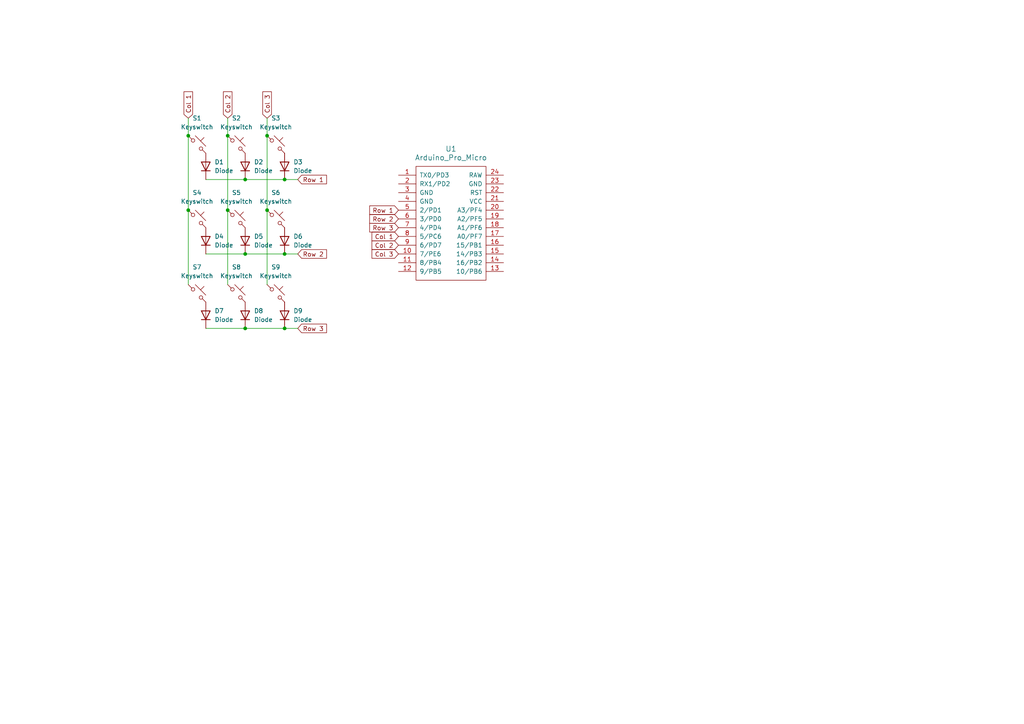
<source format=kicad_sch>
(kicad_sch (version 20231120) (generator "eeschema") (generator_version "8.0")
  (paper "A4")
  (lib_symbols
    (symbol "ScottoKeebs:MCU_Arduino_Pro_Micro" (pin_names (offset 1.016))
      (property "Reference" "U" (at 0 0 0))
      (property "Value" "Arduino_Pro_Micro" (at 0 -19.05 0))
      (symbol "MCU_Arduino_Pro_Micro_0_1"
        (rectangle (start -10.16 16.51) (end 10.16 -16.51))
      )
      (symbol "MCU_Arduino_Pro_Micro_1_1"
        (pin input line (at -15.24 13.97 0) (length 5.08) (name "TX0/PD3") (number "1"))
        (pin input line (at -15.24 -8.89 0) (length 5.08) (name "7/PE6") (number "10"))
        (pin input line (at -15.24 -11.43 0) (length 5.08) (name "8/PB4") (number "11"))
        (pin input line (at -15.24 -13.97 0) (length 5.08) (name "9/PB5") (number "12"))
        (pin input line (at 15.24 -13.97 180) (length 5.08) (name "10/PB6") (number "13"))
        (pin input line (at 15.24 -11.43 180) (length 5.08) (name "16/PB2") (number "14"))
        (pin input line (at 15.24 -8.89 180) (length 5.08) (name "14/PB3") (number "15"))
        (pin input line (at 15.24 -6.35 180) (length 5.08) (name "15/PB1") (number "16"))
        (pin input line (at 15.24 -3.81 180) (length 5.08) (name "A0/PF7") (number "17"))
        (pin input line (at 15.24 -1.27 180) (length 5.08) (name "A1/PF6") (number "18"))
        (pin input line (at 15.24 1.27 180) (length 5.08) (name "A2/PF5") (number "19"))
        (pin input line (at -15.24 11.43 0) (length 5.08) (name "RX1/PD2") (number "2"))
        (pin input line (at 15.24 3.81 180) (length 5.08) (name "A3/PF4") (number "20"))
        (pin input line (at 15.24 6.35 180) (length 5.08) (name "VCC") (number "21"))
        (pin input line (at 15.24 8.89 180) (length 5.08) (name "RST") (number "22"))
        (pin input line (at 15.24 11.43 180) (length 5.08) (name "GND") (number "23"))
        (pin input line (at 15.24 13.97 180) (length 5.08) (name "RAW") (number "24"))
        (pin input line (at -15.24 8.89 0) (length 5.08) (name "GND") (number "3"))
        (pin input line (at -15.24 6.35 0) (length 5.08) (name "GND") (number "4"))
        (pin input line (at -15.24 3.81 0) (length 5.08) (name "2/PD1") (number "5"))
        (pin input line (at -15.24 1.27 0) (length 5.08) (name "3/PD0") (number "6"))
        (pin input line (at -15.24 -1.27 0) (length 5.08) (name "4/PD4") (number "7"))
        (pin input line (at -15.24 -3.81 0) (length 5.08) (name "5/PC6") (number "8"))
        (pin input line (at -15.24 -6.35 0) (length 5.08) (name "6/PD7") (number "9"))
      )
    )
    (symbol "ScottoKeebs:Placeholder_Diode" (pin_numbers hide) (pin_names hide)
      (property "Reference" "D" (at 0 2.54 0))
      (property "Value" "Diode" (at 0 -2.54 0))
      (symbol "Placeholder_Diode_0_1"
        (polyline (pts (xy -1.27 1.27) (xy -1.27 -1.27)) (stroke (width 0.254)))
        (polyline (pts (xy 1.27 0) (xy -1.27 0)))
        (polyline (pts (xy 1.27 1.27) (xy 1.27 -1.27) (xy -1.27 0) (xy 1.27 1.27)) (stroke (width 0.254)))
      )
      (symbol "Placeholder_Diode_1_1"
        (pin passive line (at -3.81 0 0) (length 2.54) (name "K") (number "1"))
        (pin passive line (at 3.81 0 180) (length 2.54) (name "A") (number "2"))
      )
    )
    (symbol "ScottoKeebs:Placeholder_Keyswitch" (pin_numbers hide) (pin_names (offset 1.016) hide)
      (property "Reference" "S" (at 3.048 1.016 0))
      (property "Value" "Keyswitch" (at 0 -3.81 0))
      (symbol "Placeholder_Keyswitch_0_1"
        (circle (center -1.1684 1.1684) (radius 0.508))
        (polyline (pts (xy -0.508 2.54) (xy 2.54 -0.508)))
        (polyline (pts (xy 1.016 1.016) (xy 2.032 2.032)))
        (polyline (pts (xy -2.54 2.54) (xy -1.524 1.524) (xy -1.524 1.524)))
        (polyline (pts (xy 1.524 -1.524) (xy 2.54 -2.54) (xy 2.54 -2.54) (xy 2.54 -2.54)))
        (circle (center 1.143 -1.1938) (radius 0.508))
        (pin passive line (at -2.54 2.54 0) (length 0) (name "1") (number "1"))
        (pin passive line (at 2.54 -2.54 180) (length 0) (name "2") (number "2"))
      )
    )
  )
  (junction (at 77.47 39.37))
  (junction (at 82.55 73.66))
  (junction (at 54.61 60.96))
  (junction (at 77.47 60.96))
  (junction (at 71.12 95.25))
  (junction (at 82.55 52.07))
  (junction (at 71.12 52.07))
  (junction (at 82.55 95.25))
  (junction (at 66.04 60.96))
  (junction (at 66.04 39.37))
  (junction (at 54.61 39.37))
  (junction (at 71.12 73.66))
  (wire (pts (xy 66.04 60.96) (xy 66.04 82.55)))
  (wire (pts (xy 54.61 34.29) (xy 54.61 39.37)))
  (wire (pts (xy 86.36 52.07) (xy 82.55 52.07)))
  (wire (pts (xy 71.12 52.07) (xy 82.55 52.07)))
  (wire (pts (xy 86.36 95.25) (xy 82.55 95.25)))
  (wire (pts (xy 82.55 73.66) (xy 86.36 73.66)))
  (wire (pts (xy 77.47 60.96) (xy 77.47 82.55)))
  (wire (pts (xy 59.69 52.07) (xy 71.12 52.07)))
  (wire (pts (xy 54.61 39.37) (xy 54.61 60.96)))
  (wire (pts (xy 66.04 34.29) (xy 66.04 39.37)))
  (wire (pts (xy 77.47 34.29) (xy 77.47 39.37)))
  (wire (pts (xy 66.04 39.37) (xy 66.04 60.96)))
  (wire (pts (xy 59.69 73.66) (xy 71.12 73.66)))
  (wire (pts (xy 71.12 95.25) (xy 82.55 95.25)))
  (wire (pts (xy 54.61 60.96) (xy 54.61 82.55)))
  (wire (pts (xy 71.12 73.66) (xy 82.55 73.66)))
  (wire (pts (xy 77.47 39.37) (xy 77.47 60.96)))
  (wire (pts (xy 59.69 95.25) (xy 71.12 95.25)))
  (global_label "Row 1" (shape input) (at 115.57 60.96 180) (property "Intersheetrefs" "${INTERSHEET_REFS}" (effects (hide yes))))
  (global_label "Row 2" (shape input) (at 86.36 73.66 0) (property "Intersheetrefs" "${INTERSHEET_REFS}" (effects (hide yes))))
  (global_label "Col 1" (shape input) (at 54.61 34.29 90) (property "Intersheetrefs" "${INTERSHEET_REFS}" (effects (hide yes))))
  (global_label "Col 3" (shape input) (at 115.57 73.66 180) (property "Intersheetrefs" "${INTERSHEET_REFS}" (effects (hide yes))))
  (global_label "Row 1" (shape input) (at 86.36 52.07 0) (property "Intersheetrefs" "${INTERSHEET_REFS}" (effects (hide yes))))
  (global_label "Row 2" (shape input) (at 115.57 63.5 180) (property "Intersheetrefs" "${INTERSHEET_REFS}" (effects (hide yes))))
  (global_label "Row 3" (shape input) (at 115.57 66.04 180) (property "Intersheetrefs" "${INTERSHEET_REFS}" (effects (hide yes))))
  (global_label "Col 2" (shape input) (at 66.04 34.29 90) (property "Intersheetrefs" "${INTERSHEET_REFS}" (effects (hide yes))))
  (global_label "Row 3" (shape input) (at 86.36 95.25 0) (property "Intersheetrefs" "${INTERSHEET_REFS}" (effects (hide yes))))
  (global_label "Col 2" (shape input) (at 115.57 71.12 180) (property "Intersheetrefs" "${INTERSHEET_REFS}" (effects (hide yes))))
  (global_label "Col 1" (shape input) (at 115.57 68.58 180) (property "Intersheetrefs" "${INTERSHEET_REFS}" (effects (hide yes))))
  (global_label "Col 3" (shape input) (at 77.47 34.29 90) (property "Intersheetrefs" "${INTERSHEET_REFS}" (effects (hide yes))))
  (symbol (lib_id "ScottoKeebs:Placeholder_Keyswitch") (at 80.01 41.91 0) (unit 1)
    (property "Reference" "S3" (at 80.01 34.29 0))
    (property "Value" "Keyswitch" (at 80.01 36.83 0))
    (property "Footprint" "ScottoKeebs_MX:MX_PCB_1.00u" (effects (hide yes)))
    (property "Description" "Push button switch, normally open, two pins, 45° tilted" (effects (hide yes)))
  )
  (symbol (lib_id "ScottoKeebs:Placeholder_Diode") (at 59.69 48.26 90) (unit 1)
    (property "Reference" "D1" (at 62.23 46.9899 90) (effects (justify right)))
    (property "Value" "Diode" (at 62.23 49.5299 90) (effects (justify right)))
    (property "Footprint" "ScottoKeebs_Components:Diode_DO-35" (effects (hide yes)))
    (property "Description" "1N4148 (DO-35) or 1N4148W (SOD-123)" (effects (hide yes)))
    (property "Sim.Device" "D" (effects (hide yes)))
    (property "Sim.Pins" "1=K 2=A" (effects (hide yes)))
  )
  (symbol (lib_id "ScottoKeebs:MCU_Arduino_Pro_Micro") (at 130.81 64.77 0) (unit 1)
    (property "Reference" "U1" (at 130.81 43.18 0) (effects (font (size 1.524 1.524))))
    (property "Value" "Arduino_Pro_Micro" (at 130.81 45.72 0) (effects (font (size 1.524 1.524))))
    (property "Footprint" "ScottoKeebs_MCU:Arduino_Pro_Micro" (effects (hide yes)))
  )
  (symbol (lib_id "ScottoKeebs:Placeholder_Keyswitch") (at 57.15 85.09 0) (unit 1)
    (property "Reference" "S7" (at 57.15 77.47 0))
    (property "Value" "Keyswitch" (at 57.15 80.01 0))
    (property "Footprint" "ScottoKeebs_MX:MX_PCB_1.00u" (effects (hide yes)))
    (property "Description" "Push button switch, normally open, two pins, 45° tilted" (effects (hide yes)))
  )
  (symbol (lib_id "ScottoKeebs:Placeholder_Diode") (at 59.69 69.85 90) (unit 1)
    (property "Reference" "D4" (at 62.23 68.5799 90) (effects (justify right)))
    (property "Value" "Diode" (at 62.23 71.1199 90) (effects (justify right)))
    (property "Footprint" "ScottoKeebs_Components:Diode_DO-35" (effects (hide yes)))
    (property "Description" "1N4148 (DO-35) or 1N4148W (SOD-123)" (effects (hide yes)))
    (property "Sim.Device" "D" (effects (hide yes)))
    (property "Sim.Pins" "1=K 2=A" (effects (hide yes)))
  )
  (symbol (lib_id "ScottoKeebs:Placeholder_Diode") (at 59.69 91.44 90) (unit 1)
    (property "Reference" "D7" (at 62.23 90.1699 90) (effects (justify right)))
    (property "Value" "Diode" (at 62.23 92.7099 90) (effects (justify right)))
    (property "Footprint" "ScottoKeebs_Components:Diode_DO-35" (effects (hide yes)))
    (property "Description" "1N4148 (DO-35) or 1N4148W (SOD-123)" (effects (hide yes)))
    (property "Sim.Device" "D" (effects (hide yes)))
    (property "Sim.Pins" "1=K 2=A" (effects (hide yes)))
  )
  (symbol (lib_id "ScottoKeebs:Placeholder_Keyswitch") (at 57.15 41.91 0) (unit 1)
    (property "Reference" "S1" (at 57.15 34.29 0))
    (property "Value" "Keyswitch" (at 57.15 36.83 0))
    (property "Footprint" "ScottoKeebs_MX:MX_PCB_1.00u" (effects (hide yes)))
    (property "Description" "Push button switch, normally open, two pins, 45° tilted" (effects (hide yes)))
  )
  (symbol (lib_id "ScottoKeebs:Placeholder_Keyswitch") (at 68.58 63.5 0) (unit 1)
    (property "Reference" "S5" (at 68.58 55.88 0))
    (property "Value" "Keyswitch" (at 68.58 58.42 0))
    (property "Footprint" "ScottoKeebs_MX:MX_PCB_1.00u" (effects (hide yes)))
    (property "Description" "Push button switch, normally open, two pins, 45° tilted" (effects (hide yes)))
  )
  (symbol (lib_id "ScottoKeebs:Placeholder_Keyswitch") (at 68.58 85.09 0) (unit 1)
    (property "Reference" "S8" (at 68.58 77.47 0))
    (property "Value" "Keyswitch" (at 68.58 80.01 0))
    (property "Footprint" "ScottoKeebs_MX:MX_PCB_1.00u" (effects (hide yes)))
    (property "Description" "Push button switch, normally open, two pins, 45° tilted" (effects (hide yes)))
  )
  (symbol (lib_id "ScottoKeebs:Placeholder_Keyswitch") (at 80.01 63.5 0) (unit 1)
    (property "Reference" "S6" (at 80.01 55.88 0))
    (property "Value" "Keyswitch" (at 80.01 58.42 0))
    (property "Footprint" "ScottoKeebs_MX:MX_PCB_1.00u" (effects (hide yes)))
    (property "Description" "Push button switch, normally open, two pins, 45° tilted" (effects (hide yes)))
  )
  (symbol (lib_id "ScottoKeebs:Placeholder_Diode") (at 71.12 48.26 90) (unit 1)
    (property "Reference" "D2" (at 73.66 46.9899 90) (effects (justify right)))
    (property "Value" "Diode" (at 73.66 49.5299 90) (effects (justify right)))
    (property "Footprint" "ScottoKeebs_Components:Diode_DO-35" (effects (hide yes)))
    (property "Description" "1N4148 (DO-35) or 1N4148W (SOD-123)" (effects (hide yes)))
    (property "Sim.Device" "D" (effects (hide yes)))
    (property "Sim.Pins" "1=K 2=A" (effects (hide yes)))
  )
  (symbol (lib_id "ScottoKeebs:Placeholder_Keyswitch") (at 57.15 63.5 0) (unit 1)
    (property "Reference" "S4" (at 57.15 55.88 0))
    (property "Value" "Keyswitch" (at 57.15 58.42 0))
    (property "Footprint" "ScottoKeebs_MX:MX_PCB_1.00u" (effects (hide yes)))
    (property "Description" "Push button switch, normally open, two pins, 45° tilted" (effects (hide yes)))
  )
  (symbol (lib_id "ScottoKeebs:Placeholder_Keyswitch") (at 80.01 85.09 0) (unit 1)
    (property "Reference" "S9" (at 80.01 77.47 0))
    (property "Value" "Keyswitch" (at 80.01 80.01 0))
    (property "Footprint" "ScottoKeebs_MX:MX_PCB_1.00u" (effects (hide yes)))
    (property "Description" "Push button switch, normally open, two pins, 45° tilted" (effects (hide yes)))
  )
  (symbol (lib_id "ScottoKeebs:Placeholder_Keyswitch") (at 68.58 41.91 0) (unit 1)
    (property "Reference" "S2" (at 68.58 34.29 0))
    (property "Value" "Keyswitch" (at 68.58 36.83 0))
    (property "Footprint" "ScottoKeebs_MX:MX_PCB_1.00u" (effects (hide yes)))
    (property "Description" "Push button switch, normally open, two pins, 45° tilted" (effects (hide yes)))
  )
  (symbol (lib_id "ScottoKeebs:Placeholder_Diode") (at 82.55 48.26 90) (unit 1)
    (property "Reference" "D3" (at 85.09 46.9899 90) (effects (justify right)))
    (property "Value" "Diode" (at 85.09 49.5299 90) (effects (justify right)))
    (property "Footprint" "ScottoKeebs_Components:Diode_DO-35" (effects (hide yes)))
    (property "Description" "1N4148 (DO-35) or 1N4148W (SOD-123)" (effects (hide yes)))
    (property "Sim.Device" "D" (effects (hide yes)))
    (property "Sim.Pins" "1=K 2=A" (effects (hide yes)))
  )
  (symbol (lib_id "ScottoKeebs:Placeholder_Diode") (at 82.55 69.85 90) (unit 1)
    (property "Reference" "D6" (at 85.09 68.5799 90) (effects (justify right)))
    (property "Value" "Diode" (at 85.09 71.1199 90) (effects (justify right)))
    (property "Footprint" "ScottoKeebs_Components:Diode_DO-35" (effects (hide yes)))
    (property "Description" "1N4148 (DO-35) or 1N4148W (SOD-123)" (effects (hide yes)))
    (property "Sim.Device" "D" (effects (hide yes)))
    (property "Sim.Pins" "1=K 2=A" (effects (hide yes)))
  )
  (symbol (lib_id "ScottoKeebs:Placeholder_Diode") (at 71.12 91.44 90) (unit 1)
    (property "Reference" "D8" (at 73.66 90.1699 90) (effects (justify right)))
    (property "Value" "Diode" (at 73.66 92.7099 90) (effects (justify right)))
    (property "Footprint" "ScottoKeebs_Components:Diode_DO-35" (effects (hide yes)))
    (property "Description" "1N4148 (DO-35) or 1N4148W (SOD-123)" (effects (hide yes)))
    (property "Sim.Device" "D" (effects (hide yes)))
    (property "Sim.Pins" "1=K 2=A" (effects (hide yes)))
  )
  (symbol (lib_id "ScottoKeebs:Placeholder_Diode") (at 71.12 69.85 90) (unit 1)
    (property "Reference" "D5" (at 73.66 68.5799 90) (effects (justify right)))
    (property "Value" "Diode" (at 73.66 71.1199 90) (effects (justify right)))
    (property "Footprint" "ScottoKeebs_Components:Diode_DO-35" (effects (hide yes)))
    (property "Description" "1N4148 (DO-35) or 1N4148W (SOD-123)" (effects (hide yes)))
    (property "Sim.Device" "D" (effects (hide yes)))
    (property "Sim.Pins" "1=K 2=A" (effects (hide yes)))
  )
  (symbol (lib_id "ScottoKeebs:Placeholder_Diode") (at 82.55 91.44 90) (unit 1)
    (property "Reference" "D9" (at 85.09 90.1699 90) (effects (justify right)))
    (property "Value" "Diode" (at 85.09 92.7099 90) (effects (justify right)))
    (property "Footprint" "ScottoKeebs_Components:Diode_DO-35" (effects (hide yes)))
    (property "Description" "1N4148 (DO-35) or 1N4148W (SOD-123)" (effects (hide yes)))
    (property "Sim.Device" "D" (effects (hide yes)))
    (property "Sim.Pins" "1=K 2=A" (effects (hide yes)))
  )
)
</source>
